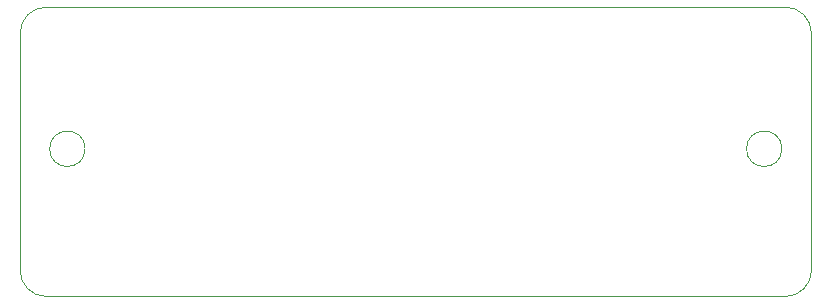
<source format=gbr>
%TF.GenerationSoftware,KiCad,Pcbnew,8.0.1-rc1*%
%TF.CreationDate,2025-05-01T22:02:36-04:00*%
%TF.ProjectId,bhm,62686d2e-6b69-4636-9164-5f7063625858,rev?*%
%TF.SameCoordinates,Original*%
%TF.FileFunction,Profile,NP*%
%FSLAX46Y46*%
G04 Gerber Fmt 4.6, Leading zero omitted, Abs format (unit mm)*
G04 Created by KiCad (PCBNEW 8.0.1-rc1) date 2025-05-01 22:02:36*
%MOMM*%
%LPD*%
G01*
G04 APERTURE LIST*
%TA.AperFunction,Profile*%
%ADD10C,0.050000*%
%TD*%
G04 APERTURE END LIST*
D10*
X198500000Y-127000000D02*
G75*
G02*
X195500000Y-127000000I-1500000J0D01*
G01*
X195500000Y-127000000D02*
G75*
G02*
X198500000Y-127000000I1500000J0D01*
G01*
X260000000Y-137300000D02*
G75*
G02*
X257800000Y-139500000I-2200000J0D01*
G01*
X195200000Y-139500000D02*
X257800000Y-139500000D01*
X193000000Y-117200000D02*
G75*
G02*
X195200000Y-115000000I2200000J0D01*
G01*
X257800000Y-115000000D02*
X195200000Y-115000000D01*
X195200000Y-139500000D02*
G75*
G02*
X193000000Y-137300000I0J2200000D01*
G01*
X193000000Y-117200000D02*
X193000000Y-137300000D01*
X260000000Y-117200000D02*
X260000000Y-137300000D01*
X257800000Y-115000000D02*
G75*
G02*
X260000000Y-117200000I0J-2200000D01*
G01*
X257500000Y-127000000D02*
G75*
G02*
X254500000Y-127000000I-1500000J0D01*
G01*
X254500000Y-127000000D02*
G75*
G02*
X257500000Y-127000000I1500000J0D01*
G01*
M02*

</source>
